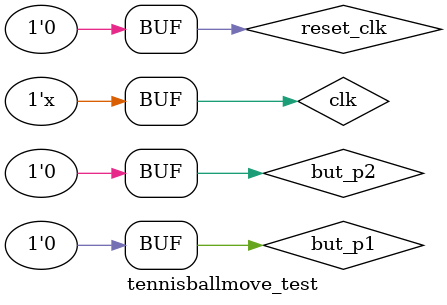
<source format=v>
`timescale 1ns / 1ps


module tennisballmove_test(

    );
    
    reg clk;
    reg but_p1;
    reg but_p2;
    reg reset_clk;
    wire [15:0] led;
    
    top tb( .clk(clk), .but_1(but_p1), .but_2(but_p2), .reset_clk(reset_clk), .led(led));
    
    always #100 clk = ~clk;
    
    initial begin
        clk = 0;
        reset_clk = 1;
        #50 reset_clk = 0;
        #50 but_p1 = 1;
        #4800 but_p1 = 0; 
        but_p2 = 0;
        #2750 but_p2 = 1;
        #150 but_p2 = 0;
        
        #20000 but_p2 = 1;
        #100 but_p2 = 0;
   end
endmodule

</source>
